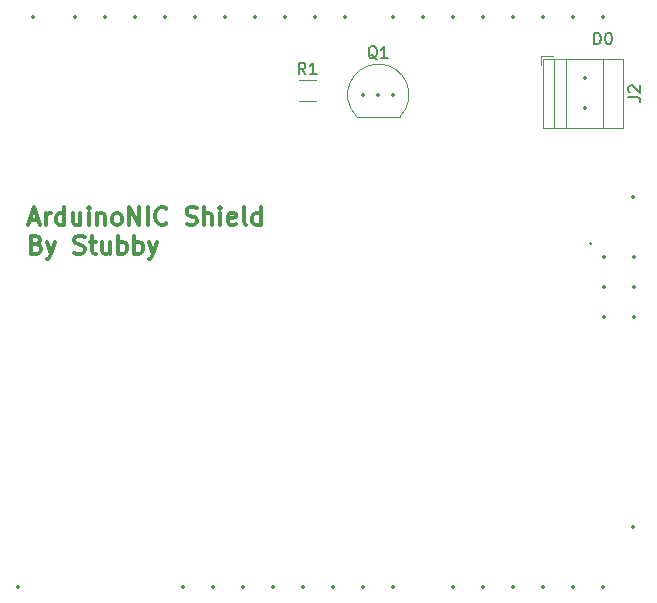
<source format=gto>
%TF.GenerationSoftware,KiCad,Pcbnew,8.0.3*%
%TF.CreationDate,2025-01-08T21:35:48+01:00*%
%TF.ProjectId,ArduinoNICShield,41726475-696e-46f4-9e49-43536869656c,rev?*%
%TF.SameCoordinates,Original*%
%TF.FileFunction,Legend,Top*%
%TF.FilePolarity,Positive*%
%FSLAX46Y46*%
G04 Gerber Fmt 4.6, Leading zero omitted, Abs format (unit mm)*
G04 Created by KiCad (PCBNEW 8.0.3) date 2025-01-08 21:35:48*
%MOMM*%
%LPD*%
G01*
G04 APERTURE LIST*
%ADD10C,0.300000*%
%ADD11C,0.150000*%
%ADD12C,0.120000*%
%ADD13C,0.350000*%
G04 APERTURE END LIST*
D10*
X116483082Y-82457341D02*
X117197368Y-82457341D01*
X116340225Y-82885912D02*
X116840225Y-81385912D01*
X116840225Y-81385912D02*
X117340225Y-82885912D01*
X117840224Y-82885912D02*
X117840224Y-81885912D01*
X117840224Y-82171626D02*
X117911653Y-82028769D01*
X117911653Y-82028769D02*
X117983082Y-81957341D01*
X117983082Y-81957341D02*
X118125939Y-81885912D01*
X118125939Y-81885912D02*
X118268796Y-81885912D01*
X119411653Y-82885912D02*
X119411653Y-81385912D01*
X119411653Y-82814484D02*
X119268795Y-82885912D01*
X119268795Y-82885912D02*
X118983081Y-82885912D01*
X118983081Y-82885912D02*
X118840224Y-82814484D01*
X118840224Y-82814484D02*
X118768795Y-82743055D01*
X118768795Y-82743055D02*
X118697367Y-82600198D01*
X118697367Y-82600198D02*
X118697367Y-82171626D01*
X118697367Y-82171626D02*
X118768795Y-82028769D01*
X118768795Y-82028769D02*
X118840224Y-81957341D01*
X118840224Y-81957341D02*
X118983081Y-81885912D01*
X118983081Y-81885912D02*
X119268795Y-81885912D01*
X119268795Y-81885912D02*
X119411653Y-81957341D01*
X120768796Y-81885912D02*
X120768796Y-82885912D01*
X120125938Y-81885912D02*
X120125938Y-82671626D01*
X120125938Y-82671626D02*
X120197367Y-82814484D01*
X120197367Y-82814484D02*
X120340224Y-82885912D01*
X120340224Y-82885912D02*
X120554510Y-82885912D01*
X120554510Y-82885912D02*
X120697367Y-82814484D01*
X120697367Y-82814484D02*
X120768796Y-82743055D01*
X121483081Y-82885912D02*
X121483081Y-81885912D01*
X121483081Y-81385912D02*
X121411653Y-81457341D01*
X121411653Y-81457341D02*
X121483081Y-81528769D01*
X121483081Y-81528769D02*
X121554510Y-81457341D01*
X121554510Y-81457341D02*
X121483081Y-81385912D01*
X121483081Y-81385912D02*
X121483081Y-81528769D01*
X122197367Y-81885912D02*
X122197367Y-82885912D01*
X122197367Y-82028769D02*
X122268796Y-81957341D01*
X122268796Y-81957341D02*
X122411653Y-81885912D01*
X122411653Y-81885912D02*
X122625939Y-81885912D01*
X122625939Y-81885912D02*
X122768796Y-81957341D01*
X122768796Y-81957341D02*
X122840225Y-82100198D01*
X122840225Y-82100198D02*
X122840225Y-82885912D01*
X123768796Y-82885912D02*
X123625939Y-82814484D01*
X123625939Y-82814484D02*
X123554510Y-82743055D01*
X123554510Y-82743055D02*
X123483082Y-82600198D01*
X123483082Y-82600198D02*
X123483082Y-82171626D01*
X123483082Y-82171626D02*
X123554510Y-82028769D01*
X123554510Y-82028769D02*
X123625939Y-81957341D01*
X123625939Y-81957341D02*
X123768796Y-81885912D01*
X123768796Y-81885912D02*
X123983082Y-81885912D01*
X123983082Y-81885912D02*
X124125939Y-81957341D01*
X124125939Y-81957341D02*
X124197368Y-82028769D01*
X124197368Y-82028769D02*
X124268796Y-82171626D01*
X124268796Y-82171626D02*
X124268796Y-82600198D01*
X124268796Y-82600198D02*
X124197368Y-82743055D01*
X124197368Y-82743055D02*
X124125939Y-82814484D01*
X124125939Y-82814484D02*
X123983082Y-82885912D01*
X123983082Y-82885912D02*
X123768796Y-82885912D01*
X124911653Y-82885912D02*
X124911653Y-81385912D01*
X124911653Y-81385912D02*
X125768796Y-82885912D01*
X125768796Y-82885912D02*
X125768796Y-81385912D01*
X126483082Y-82885912D02*
X126483082Y-81385912D01*
X128054511Y-82743055D02*
X127983083Y-82814484D01*
X127983083Y-82814484D02*
X127768797Y-82885912D01*
X127768797Y-82885912D02*
X127625940Y-82885912D01*
X127625940Y-82885912D02*
X127411654Y-82814484D01*
X127411654Y-82814484D02*
X127268797Y-82671626D01*
X127268797Y-82671626D02*
X127197368Y-82528769D01*
X127197368Y-82528769D02*
X127125940Y-82243055D01*
X127125940Y-82243055D02*
X127125940Y-82028769D01*
X127125940Y-82028769D02*
X127197368Y-81743055D01*
X127197368Y-81743055D02*
X127268797Y-81600198D01*
X127268797Y-81600198D02*
X127411654Y-81457341D01*
X127411654Y-81457341D02*
X127625940Y-81385912D01*
X127625940Y-81385912D02*
X127768797Y-81385912D01*
X127768797Y-81385912D02*
X127983083Y-81457341D01*
X127983083Y-81457341D02*
X128054511Y-81528769D01*
X129768797Y-82814484D02*
X129983083Y-82885912D01*
X129983083Y-82885912D02*
X130340225Y-82885912D01*
X130340225Y-82885912D02*
X130483083Y-82814484D01*
X130483083Y-82814484D02*
X130554511Y-82743055D01*
X130554511Y-82743055D02*
X130625940Y-82600198D01*
X130625940Y-82600198D02*
X130625940Y-82457341D01*
X130625940Y-82457341D02*
X130554511Y-82314484D01*
X130554511Y-82314484D02*
X130483083Y-82243055D01*
X130483083Y-82243055D02*
X130340225Y-82171626D01*
X130340225Y-82171626D02*
X130054511Y-82100198D01*
X130054511Y-82100198D02*
X129911654Y-82028769D01*
X129911654Y-82028769D02*
X129840225Y-81957341D01*
X129840225Y-81957341D02*
X129768797Y-81814484D01*
X129768797Y-81814484D02*
X129768797Y-81671626D01*
X129768797Y-81671626D02*
X129840225Y-81528769D01*
X129840225Y-81528769D02*
X129911654Y-81457341D01*
X129911654Y-81457341D02*
X130054511Y-81385912D01*
X130054511Y-81385912D02*
X130411654Y-81385912D01*
X130411654Y-81385912D02*
X130625940Y-81457341D01*
X131268796Y-82885912D02*
X131268796Y-81385912D01*
X131911654Y-82885912D02*
X131911654Y-82100198D01*
X131911654Y-82100198D02*
X131840225Y-81957341D01*
X131840225Y-81957341D02*
X131697368Y-81885912D01*
X131697368Y-81885912D02*
X131483082Y-81885912D01*
X131483082Y-81885912D02*
X131340225Y-81957341D01*
X131340225Y-81957341D02*
X131268796Y-82028769D01*
X132625939Y-82885912D02*
X132625939Y-81885912D01*
X132625939Y-81385912D02*
X132554511Y-81457341D01*
X132554511Y-81457341D02*
X132625939Y-81528769D01*
X132625939Y-81528769D02*
X132697368Y-81457341D01*
X132697368Y-81457341D02*
X132625939Y-81385912D01*
X132625939Y-81385912D02*
X132625939Y-81528769D01*
X133911654Y-82814484D02*
X133768797Y-82885912D01*
X133768797Y-82885912D02*
X133483083Y-82885912D01*
X133483083Y-82885912D02*
X133340225Y-82814484D01*
X133340225Y-82814484D02*
X133268797Y-82671626D01*
X133268797Y-82671626D02*
X133268797Y-82100198D01*
X133268797Y-82100198D02*
X133340225Y-81957341D01*
X133340225Y-81957341D02*
X133483083Y-81885912D01*
X133483083Y-81885912D02*
X133768797Y-81885912D01*
X133768797Y-81885912D02*
X133911654Y-81957341D01*
X133911654Y-81957341D02*
X133983083Y-82100198D01*
X133983083Y-82100198D02*
X133983083Y-82243055D01*
X133983083Y-82243055D02*
X133268797Y-82385912D01*
X134840225Y-82885912D02*
X134697368Y-82814484D01*
X134697368Y-82814484D02*
X134625939Y-82671626D01*
X134625939Y-82671626D02*
X134625939Y-81385912D01*
X136054511Y-82885912D02*
X136054511Y-81385912D01*
X136054511Y-82814484D02*
X135911653Y-82885912D01*
X135911653Y-82885912D02*
X135625939Y-82885912D01*
X135625939Y-82885912D02*
X135483082Y-82814484D01*
X135483082Y-82814484D02*
X135411653Y-82743055D01*
X135411653Y-82743055D02*
X135340225Y-82600198D01*
X135340225Y-82600198D02*
X135340225Y-82171626D01*
X135340225Y-82171626D02*
X135411653Y-82028769D01*
X135411653Y-82028769D02*
X135483082Y-81957341D01*
X135483082Y-81957341D02*
X135625939Y-81885912D01*
X135625939Y-81885912D02*
X135911653Y-81885912D01*
X135911653Y-81885912D02*
X136054511Y-81957341D01*
X117054510Y-84515114D02*
X117268796Y-84586542D01*
X117268796Y-84586542D02*
X117340225Y-84657971D01*
X117340225Y-84657971D02*
X117411653Y-84800828D01*
X117411653Y-84800828D02*
X117411653Y-85015114D01*
X117411653Y-85015114D02*
X117340225Y-85157971D01*
X117340225Y-85157971D02*
X117268796Y-85229400D01*
X117268796Y-85229400D02*
X117125939Y-85300828D01*
X117125939Y-85300828D02*
X116554510Y-85300828D01*
X116554510Y-85300828D02*
X116554510Y-83800828D01*
X116554510Y-83800828D02*
X117054510Y-83800828D01*
X117054510Y-83800828D02*
X117197368Y-83872257D01*
X117197368Y-83872257D02*
X117268796Y-83943685D01*
X117268796Y-83943685D02*
X117340225Y-84086542D01*
X117340225Y-84086542D02*
X117340225Y-84229400D01*
X117340225Y-84229400D02*
X117268796Y-84372257D01*
X117268796Y-84372257D02*
X117197368Y-84443685D01*
X117197368Y-84443685D02*
X117054510Y-84515114D01*
X117054510Y-84515114D02*
X116554510Y-84515114D01*
X117911653Y-84300828D02*
X118268796Y-85300828D01*
X118625939Y-84300828D02*
X118268796Y-85300828D01*
X118268796Y-85300828D02*
X118125939Y-85657971D01*
X118125939Y-85657971D02*
X118054510Y-85729400D01*
X118054510Y-85729400D02*
X117911653Y-85800828D01*
X120268796Y-85229400D02*
X120483082Y-85300828D01*
X120483082Y-85300828D02*
X120840224Y-85300828D01*
X120840224Y-85300828D02*
X120983082Y-85229400D01*
X120983082Y-85229400D02*
X121054510Y-85157971D01*
X121054510Y-85157971D02*
X121125939Y-85015114D01*
X121125939Y-85015114D02*
X121125939Y-84872257D01*
X121125939Y-84872257D02*
X121054510Y-84729400D01*
X121054510Y-84729400D02*
X120983082Y-84657971D01*
X120983082Y-84657971D02*
X120840224Y-84586542D01*
X120840224Y-84586542D02*
X120554510Y-84515114D01*
X120554510Y-84515114D02*
X120411653Y-84443685D01*
X120411653Y-84443685D02*
X120340224Y-84372257D01*
X120340224Y-84372257D02*
X120268796Y-84229400D01*
X120268796Y-84229400D02*
X120268796Y-84086542D01*
X120268796Y-84086542D02*
X120340224Y-83943685D01*
X120340224Y-83943685D02*
X120411653Y-83872257D01*
X120411653Y-83872257D02*
X120554510Y-83800828D01*
X120554510Y-83800828D02*
X120911653Y-83800828D01*
X120911653Y-83800828D02*
X121125939Y-83872257D01*
X121554510Y-84300828D02*
X122125938Y-84300828D01*
X121768795Y-83800828D02*
X121768795Y-85086542D01*
X121768795Y-85086542D02*
X121840224Y-85229400D01*
X121840224Y-85229400D02*
X121983081Y-85300828D01*
X121983081Y-85300828D02*
X122125938Y-85300828D01*
X123268796Y-84300828D02*
X123268796Y-85300828D01*
X122625938Y-84300828D02*
X122625938Y-85086542D01*
X122625938Y-85086542D02*
X122697367Y-85229400D01*
X122697367Y-85229400D02*
X122840224Y-85300828D01*
X122840224Y-85300828D02*
X123054510Y-85300828D01*
X123054510Y-85300828D02*
X123197367Y-85229400D01*
X123197367Y-85229400D02*
X123268796Y-85157971D01*
X123983081Y-85300828D02*
X123983081Y-83800828D01*
X123983081Y-84372257D02*
X124125939Y-84300828D01*
X124125939Y-84300828D02*
X124411653Y-84300828D01*
X124411653Y-84300828D02*
X124554510Y-84372257D01*
X124554510Y-84372257D02*
X124625939Y-84443685D01*
X124625939Y-84443685D02*
X124697367Y-84586542D01*
X124697367Y-84586542D02*
X124697367Y-85015114D01*
X124697367Y-85015114D02*
X124625939Y-85157971D01*
X124625939Y-85157971D02*
X124554510Y-85229400D01*
X124554510Y-85229400D02*
X124411653Y-85300828D01*
X124411653Y-85300828D02*
X124125939Y-85300828D01*
X124125939Y-85300828D02*
X123983081Y-85229400D01*
X125340224Y-85300828D02*
X125340224Y-83800828D01*
X125340224Y-84372257D02*
X125483082Y-84300828D01*
X125483082Y-84300828D02*
X125768796Y-84300828D01*
X125768796Y-84300828D02*
X125911653Y-84372257D01*
X125911653Y-84372257D02*
X125983082Y-84443685D01*
X125983082Y-84443685D02*
X126054510Y-84586542D01*
X126054510Y-84586542D02*
X126054510Y-85015114D01*
X126054510Y-85015114D02*
X125983082Y-85157971D01*
X125983082Y-85157971D02*
X125911653Y-85229400D01*
X125911653Y-85229400D02*
X125768796Y-85300828D01*
X125768796Y-85300828D02*
X125483082Y-85300828D01*
X125483082Y-85300828D02*
X125340224Y-85229400D01*
X126554510Y-84300828D02*
X126911653Y-85300828D01*
X127268796Y-84300828D02*
X126911653Y-85300828D01*
X126911653Y-85300828D02*
X126768796Y-85657971D01*
X126768796Y-85657971D02*
X126697367Y-85729400D01*
X126697367Y-85729400D02*
X126554510Y-85800828D01*
D11*
X139833333Y-70134819D02*
X139500000Y-69658628D01*
X139261905Y-70134819D02*
X139261905Y-69134819D01*
X139261905Y-69134819D02*
X139642857Y-69134819D01*
X139642857Y-69134819D02*
X139738095Y-69182438D01*
X139738095Y-69182438D02*
X139785714Y-69230057D01*
X139785714Y-69230057D02*
X139833333Y-69325295D01*
X139833333Y-69325295D02*
X139833333Y-69468152D01*
X139833333Y-69468152D02*
X139785714Y-69563390D01*
X139785714Y-69563390D02*
X139738095Y-69611009D01*
X139738095Y-69611009D02*
X139642857Y-69658628D01*
X139642857Y-69658628D02*
X139261905Y-69658628D01*
X140785714Y-70134819D02*
X140214286Y-70134819D01*
X140500000Y-70134819D02*
X140500000Y-69134819D01*
X140500000Y-69134819D02*
X140404762Y-69277676D01*
X140404762Y-69277676D02*
X140309524Y-69372914D01*
X140309524Y-69372914D02*
X140214286Y-69420533D01*
X167174819Y-72063333D02*
X167889104Y-72063333D01*
X167889104Y-72063333D02*
X168031961Y-72110952D01*
X168031961Y-72110952D02*
X168127200Y-72206190D01*
X168127200Y-72206190D02*
X168174819Y-72349047D01*
X168174819Y-72349047D02*
X168174819Y-72444285D01*
X167270057Y-71634761D02*
X167222438Y-71587142D01*
X167222438Y-71587142D02*
X167174819Y-71491904D01*
X167174819Y-71491904D02*
X167174819Y-71253809D01*
X167174819Y-71253809D02*
X167222438Y-71158571D01*
X167222438Y-71158571D02*
X167270057Y-71110952D01*
X167270057Y-71110952D02*
X167365295Y-71063333D01*
X167365295Y-71063333D02*
X167460533Y-71063333D01*
X167460533Y-71063333D02*
X167603390Y-71110952D01*
X167603390Y-71110952D02*
X168174819Y-71682380D01*
X168174819Y-71682380D02*
X168174819Y-71063333D01*
X145904761Y-68850057D02*
X145809523Y-68802438D01*
X145809523Y-68802438D02*
X145714285Y-68707200D01*
X145714285Y-68707200D02*
X145571428Y-68564342D01*
X145571428Y-68564342D02*
X145476190Y-68516723D01*
X145476190Y-68516723D02*
X145380952Y-68516723D01*
X145428571Y-68754819D02*
X145333333Y-68707200D01*
X145333333Y-68707200D02*
X145238095Y-68611961D01*
X145238095Y-68611961D02*
X145190476Y-68421485D01*
X145190476Y-68421485D02*
X145190476Y-68088152D01*
X145190476Y-68088152D02*
X145238095Y-67897676D01*
X145238095Y-67897676D02*
X145333333Y-67802438D01*
X145333333Y-67802438D02*
X145428571Y-67754819D01*
X145428571Y-67754819D02*
X145619047Y-67754819D01*
X145619047Y-67754819D02*
X145714285Y-67802438D01*
X145714285Y-67802438D02*
X145809523Y-67897676D01*
X145809523Y-67897676D02*
X145857142Y-68088152D01*
X145857142Y-68088152D02*
X145857142Y-68421485D01*
X145857142Y-68421485D02*
X145809523Y-68611961D01*
X145809523Y-68611961D02*
X145714285Y-68707200D01*
X145714285Y-68707200D02*
X145619047Y-68754819D01*
X145619047Y-68754819D02*
X145428571Y-68754819D01*
X146809523Y-68754819D02*
X146238095Y-68754819D01*
X146523809Y-68754819D02*
X146523809Y-67754819D01*
X146523809Y-67754819D02*
X146428571Y-67897676D01*
X146428571Y-67897676D02*
X146333333Y-67992914D01*
X146333333Y-67992914D02*
X146238095Y-68040533D01*
X164261905Y-67599819D02*
X164261905Y-66599819D01*
X164261905Y-66599819D02*
X164500000Y-66599819D01*
X164500000Y-66599819D02*
X164642857Y-66647438D01*
X164642857Y-66647438D02*
X164738095Y-66742676D01*
X164738095Y-66742676D02*
X164785714Y-66837914D01*
X164785714Y-66837914D02*
X164833333Y-67028390D01*
X164833333Y-67028390D02*
X164833333Y-67171247D01*
X164833333Y-67171247D02*
X164785714Y-67361723D01*
X164785714Y-67361723D02*
X164738095Y-67456961D01*
X164738095Y-67456961D02*
X164642857Y-67552200D01*
X164642857Y-67552200D02*
X164500000Y-67599819D01*
X164500000Y-67599819D02*
X164261905Y-67599819D01*
X165452381Y-66599819D02*
X165547619Y-66599819D01*
X165547619Y-66599819D02*
X165642857Y-66647438D01*
X165642857Y-66647438D02*
X165690476Y-66695057D01*
X165690476Y-66695057D02*
X165738095Y-66790295D01*
X165738095Y-66790295D02*
X165785714Y-66980771D01*
X165785714Y-66980771D02*
X165785714Y-67218866D01*
X165785714Y-67218866D02*
X165738095Y-67409342D01*
X165738095Y-67409342D02*
X165690476Y-67504580D01*
X165690476Y-67504580D02*
X165642857Y-67552200D01*
X165642857Y-67552200D02*
X165547619Y-67599819D01*
X165547619Y-67599819D02*
X165452381Y-67599819D01*
X165452381Y-67599819D02*
X165357143Y-67552200D01*
X165357143Y-67552200D02*
X165309524Y-67504580D01*
X165309524Y-67504580D02*
X165261905Y-67409342D01*
X165261905Y-67409342D02*
X165214286Y-67218866D01*
X165214286Y-67218866D02*
X165214286Y-66980771D01*
X165214286Y-66980771D02*
X165261905Y-66790295D01*
X165261905Y-66790295D02*
X165309524Y-66695057D01*
X165309524Y-66695057D02*
X165357143Y-66647438D01*
X165357143Y-66647438D02*
X165452381Y-66599819D01*
X163984000Y-84395580D02*
X164031619Y-84443200D01*
X164031619Y-84443200D02*
X163984000Y-84490819D01*
X163984000Y-84490819D02*
X163936381Y-84443200D01*
X163936381Y-84443200D02*
X163984000Y-84395580D01*
X163984000Y-84395580D02*
X163984000Y-84490819D01*
D12*
%TO.C,R1*%
X139272936Y-70590000D02*
X140727064Y-70590000D01*
X139272936Y-72410000D02*
X140727064Y-72410000D01*
%TO.C,J2*%
X160900000Y-68820000D02*
X160900000Y-74640000D01*
X161900000Y-68820000D02*
X161900000Y-74640000D01*
X165001000Y-68820000D02*
X165001000Y-74640000D01*
X166720000Y-68820000D02*
X166720000Y-74640000D01*
X159980000Y-68820000D02*
X159980000Y-74640000D01*
X166720000Y-68820000D02*
X159980000Y-68820000D01*
X166720000Y-74640000D02*
X159980000Y-74640000D01*
X160780000Y-68580000D02*
X159740000Y-68580000D01*
X159740000Y-68580000D02*
X159740000Y-69380000D01*
%TO.C,Q1*%
X146000000Y-69260000D02*
G75*
G02*
X147838478Y-73698478I0J-2600000D01*
G01*
X144161522Y-73698478D02*
G75*
G02*
X146000000Y-69259999I1838478J1838478D01*
G01*
X144200000Y-73710000D02*
X147800000Y-73710000D01*
%TD*%
D13*
X163500000Y-70460000D03*
X163500000Y-73000000D03*
X147270000Y-71860000D03*
X146000000Y-71860000D03*
X144730000Y-71860000D03*
X147220000Y-113500000D03*
X122836000Y-65240000D03*
X120296000Y-65240000D03*
X165127000Y-88100000D03*
X165127000Y-90640000D03*
X134520000Y-113500000D03*
X167667000Y-88100000D03*
X165127000Y-85560000D03*
X131980000Y-113500000D03*
X167667000Y-90640000D03*
X144680000Y-113500000D03*
X142140000Y-113500000D03*
X127916000Y-65240000D03*
X130456000Y-65240000D03*
X132996000Y-65240000D03*
X135536000Y-65240000D03*
X138076000Y-65240000D03*
X140616000Y-65240000D03*
X143156000Y-65240000D03*
X147220000Y-65240000D03*
X149760000Y-65240000D03*
X152300000Y-65240000D03*
X154840000Y-65240000D03*
X157380000Y-65240000D03*
X159920000Y-65240000D03*
X162460000Y-65240000D03*
X165000000Y-65240000D03*
X125376000Y-65240000D03*
X165000000Y-113500000D03*
X162460000Y-113500000D03*
X159920000Y-113500000D03*
X157380000Y-113500000D03*
X154840000Y-113500000D03*
X152300000Y-113500000D03*
X167667000Y-85560000D03*
X139600000Y-113500000D03*
X137060000Y-113500000D03*
X167540000Y-80480000D03*
X129440000Y-113500000D03*
X167540000Y-108420000D03*
X116740000Y-65240000D03*
X115470000Y-113500000D03*
M02*

</source>
